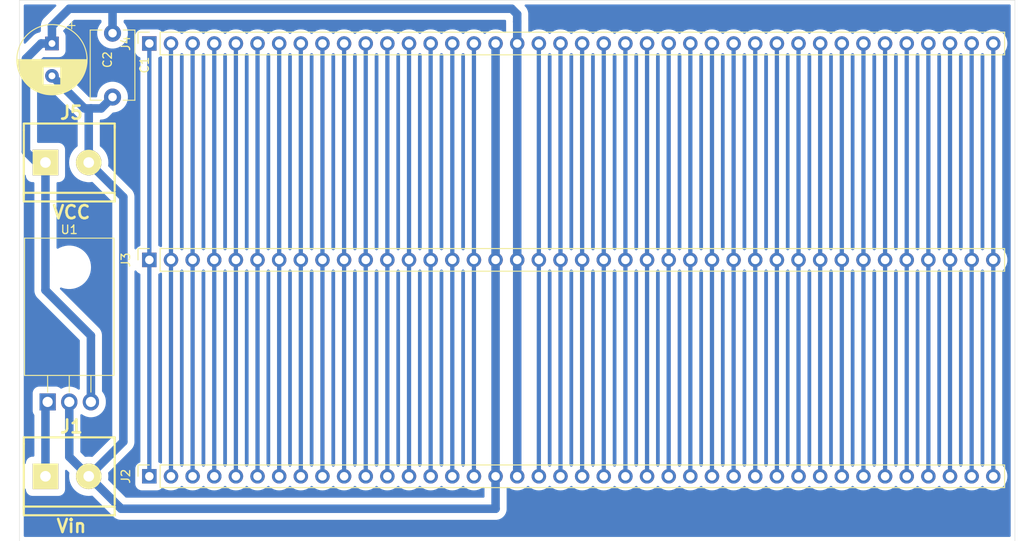
<source format=kicad_pcb>
(kicad_pcb (version 20240108) (generator "pcbnew") (generator_version "8.0")
  (layers (0 "F.Cu" signal) (31 "B.Cu" signal) (34 "B.Paste" user) (35 "F.Paste" user) (36 "B.SilkS" user "B.Silkscreen") (37 "F.SilkS" user "F.Silkscreen") (38 "B.Mask" user) (39 "F.Mask" user) (44 "Edge.Cuts" user))
  (net 0 "")
  (net 1 "VCC")
  (net 2 "GND")
  (net 3 "/P19")
  (net 4 "/P30")
  (net 5 "/P15")
  (net 6 "/P1")
  (net 7 "/P31")
  (net 8 "/P5")
  (net 9 "/P16")
  (net 10 "/P29")
  (net 11 "/P22")
  (net 12 "/P13")
  (net 13 "/P36")
  (net 14 "/P12")
  (net 15 "/P38")
  (net 16 "/P14")
  (net 17 "/P26")
  (net 18 "/P35")
  (net 19 "/P34")
  (net 20 "/P2")
  (net 21 "/P28")
  (net 22 "/P40")
  (net 23 "/P11")
  (net 24 "/P9")
  (net 25 "/P37")
  (net 26 "/P6")
  (net 27 "/P32")
  (net 28 "/P39")
  (net 29 "/P25")
  (net 30 "/P27")
  (net 31 "/P3")
  (net 32 "/P8")
  (net 33 "/P4")
  (net 34 "/P24")
  (net 35 "/P7")
  (net 36 "/P20")
  (net 37 "/P33")
  (net 38 "/P23")
  (net 39 "/P21")
  (net 40 "/P10")
  (net 41 "VIN")
  (footprint "rc6502_backplane:KF301-2P" (layer "F.Cu") (at 93.218 57.15)
    (property "Reference" "J5" (at -2.032 -5.842 360) (layer "F.SilkS") (effects (font (size 1.524 1.524) (thickness 0.3048))))
    (property "Value" "VCC" (at -2.032 5.842 360) (layer "F.SilkS") (effects (font (size 1.524 1.524) (thickness 0.3048))))
    (fp_line (start -7.62 -4.572) (end -7.62 -3.81) (stroke (width 0.254)) (layer "F.SilkS"))
    (fp_line (start -7.62 -4.572) (end 3.048 -4.572) (stroke (width 0.254)) (layer "F.SilkS"))
    (fp_line (start -7.62 3.556) (end 3.048 3.556) (stroke (width 0.254)) (layer "F.SilkS"))
    (fp_line (start -7.62 3.81) (end -7.62 -3.81) (stroke (width 0.254)) (layer "F.SilkS"))
    (fp_line (start -7.62 4.572) (end -7.62 3.556) (stroke (width 0.254)) (layer "F.SilkS"))
    (fp_line (start 3.048 -4.572) (end 3.048 -4.064) (stroke (width 0.254)) (layer "F.SilkS"))
    (fp_line (start 3.048 3.302) (end 3.048 -4.318) (stroke (width 0.254)) (layer "F.SilkS"))
    (fp_line (start 3.048 3.556) (end 3.048 4.572) (stroke (width 0.254)) (layer "F.SilkS"))
    (fp_line (start 3.048 4.572) (end -7.62 4.572) (stroke (width 0.254)) (layer "F.SilkS"))
    (pad "1" thru_hole rect (at -5.08 0) (size 2.99974 2.99974) (drill 1.24968) (layers "*.Cu" "*.Mask" "F.SilkS") (net 1 "VCC"))
    (pad "2" thru_hole circle (at 0 0) (size 2.99974 2.99974) (drill 1.24968) (layers "*.Cu" "*.Mask" "F.SilkS") (net 2 "GND"))
  )
  (footprint "Connector_PinSocket_2.54mm:PinSocket_1x40_P2.54mm_Vertical" (layer "F.Cu") (at 100.33 68.58 90)
    (property "Reference" "J3" (at 0 -2.77 90) (layer "F.SilkS"))
    (property "Value" "S2")
    (fp_line (start 1.33 -1.33) (end 1.33 0) (stroke (width 0.12)) (layer "F.SilkS"))
    (fp_line (start 0 -1.33) (end 1.33 -1.33) (stroke (width 0.12)) (layer "F.SilkS"))
    (fp_line (start 1.33 1.27) (end 1.33 100.39) (stroke (width 0.12)) (layer "F.SilkS"))
    (fp_line (start -1.33 1.27) (end 1.33 1.27) (stroke (width 0.12)) (layer "F.SilkS"))
    (fp_line (start -1.33 1.27) (end -1.33 100.39) (stroke (width 0.12)) (layer "F.SilkS"))
    (fp_line (start -1.33 100.39) (end 1.33 100.39) (stroke (width 0.12)) (layer "F.SilkS"))
    (pad "1" thru_hole rect (at 0 0 90) (size 1.7 1.7) (drill 1) (layers "*.Cu" "*.Mask") (net 6 "/P1"))
    (pad "2" thru_hole oval (at 0 2.54 90) (size 1.7 1.7) (drill 1) (layers "*.Cu" "*.Mask") (net 20 "/P2"))
    (pad "3" thru_hole oval (at 0 5.08 90) (size 1.7 1.7) (drill 1) (layers "*.Cu" "*.Mask") (net 31 "/P3"))
    (pad "4" thru_hole oval (at 0 7.62 90) (size 1.7 1.7) (drill 1) (layers "*.Cu" "*.Mask") (net 33 "/P4"))
    (pad "5" thru_hole oval (at 0 10.16 90) (size 1.7 1.7) (drill 1) (layers "*.Cu" "*.Mask") (net 8 "/P5"))
    (pad "6" thru_hole oval (at 0 12.7 90) (size 1.7 1.7) (drill 1) (layers "*.Cu" "*.Mask") (net 26 "/P6"))
    (pad "7" thru_hole oval (at 0 15.24 90) (size 1.7 1.7) (drill 1) (layers "*.Cu" "*.Mask") (net 35 "/P7"))
    (pad "8" thru_hole oval (at 0 17.78 90) (size 1.7 1.7) (drill 1) (layers "*.Cu" "*.Mask") (net 32 "/P8"))
    (pad "9" thru_hole oval (at 0 20.32 90) (size 1.7 1.7) (drill 1) (layers "*.Cu" "*.Mask") (net 24 "/P9"))
    (pad "10" thru_hole oval (at 0 22.86 90) (size 1.7 1.7) (drill 1) (layers "*.Cu" "*.Mask") (net 40 "/P10"))
    (pad "11" thru_hole oval (at 0 25.4 90) (size 1.7 1.7) (drill 1) (layers "*.Cu" "*.Mask") (net 23 "/P11"))
    (pad "12" thru_hole oval (at 0 27.94 90) (size 1.7 1.7) (drill 1) (layers "*.Cu" "*.Mask") (net 14 "/P12"))
    (pad "13" thru_hole oval (at 0 30.48 90) (size 1.7 1.7) (drill 1) (layers "*.Cu" "*.Mask") (net 12 "/P13"))
    (pad "14" thru_hole oval (at 0 33.02 90) (size 1.7 1.7) (drill 1) (layers "*.Cu" "*.Mask") (net 16 "/P14"))
    (pad "15" thru_hole oval (at 0 35.56 90) (size 1.7 1.7) (drill 1) (layers "*.Cu" "*.Mask") (net 5 "/P15"))
    (pad "16" thru_hole oval (at 0 38.1 90) (size 1.7 1.7) (drill 1) (layers "*.Cu" "*.Mask") (net 9 "/P16"))
    (pad "17" thru_hole oval (at 0 40.64 90) (size 1.7 1.7) (drill 1) (layers "*.Cu" "*.Mask") (net 2 "GND"))
    (pad "18" thru_hole oval (at 0 43.18 90) (size 1.7 1.7) (drill 1) (layers "*.Cu" "*.Mask") (net 1 "VCC"))
    (pad "19" thru_hole oval (at 0 45.72 90) (size 1.7 1.7) (drill 1) (layers "*.Cu" "*.Mask") (net 3 "/P19"))
    (pad "20" thru_hole oval (at 0 48.26 90) (size 1.7 1.7) (drill 1) (layers "*.Cu" "*.Mask") (net 36 "/P20"))
    (pad "21" thru_hole oval (at 0 50.8 90) (size 1.7 1.7) (drill 1) (layers "*.Cu" "*.Mask") (net 39 "/P21"))
    (pad "22" thru_hole oval (at 0 53.34 90) (size 1.7 1.7) (drill 1) (layers "*.Cu" "*.Mask") (net 11 "/P22"))
    (pad "23" thru_hole oval (at 0 55.88 90) (size 1.7 1.7) (drill 1) (layers "*.Cu" "*.Mask") (net 38 "/P23"))
    (pad "24" thru_hole oval (at 0 58.42 90) (size 1.7 1.7) (drill 1) (layers "*.Cu" "*.Mask") (net 34 "/P24"))
    (pad "25" thru_hole oval (at 0 60.96 90) (size 1.7 1.7) (drill 1) (layers "*.Cu" "*.Mask") (net 29 "/P25"))
    (pad "26" thru_hole oval (at 0 63.5 90) (size 1.7 1.7) (drill 1) (layers "*.Cu" "*.Mask") (net 17 "/P26"))
    (pad "27" thru_hole oval (at 0 66.04 90) (size 1.7 1.7) (drill 1) (layers "*.Cu" "*.Mask") (net 30 "/P27"))
    (pad "28" thru_hole oval (at 0 68.58 90) (size 1.7 1.7) (drill 1) (layers "*.Cu" "*.Mask") (net 21 "/P28"))
    (pad "29" thru_hole oval (at 0 71.12 90) (size 1.7 1.7) (drill 1) (layers "*.Cu" "*.Mask") (net 10 "/P29"))
    (pad "30" thru_hole oval (at 0 73.66 90) (size 1.7 1.7) (drill 1) (layers "*.Cu" "*.Mask") (net 4 "/P30"))
    (pad "31" thru_hole oval (at 0 76.2 90) (size 1.7 1.7) (drill 1) (layers "*.Cu" "*.Mask") (net 7 "/P31"))
    (pad "32" thru_hole oval (at 0 78.74 90) (size 1.7 1.7) (drill 1) (layers "*.Cu" "*.Mask") (net 27 "/P32"))
    (pad "33" thru_hole oval (at 0 81.28 90) (size 1.7 1.7) (drill 1) (layers "*.Cu" "*.Mask") (net 37 "/P33"))
    (pad "34" thru_hole oval (at 0 83.82 90) (size 1.7 1.7) (drill 1) (layers "*.Cu" "*.Mask") (net 19 "/P34"))
    (pad "35" thru_hole oval (at 0 86.36 90) (size 1.7 1.7) (drill 1) (layers "*.Cu" "*.Mask") (net 18 "/P35"))
    (pad "36" thru_hole oval (at 0 88.9 90) (size 1.7 1.7) (drill 1) (layers "*.Cu" "*.Mask") (net 13 "/P36"))
    (pad "37" thru_hole oval (at 0 91.44 90) (size 1.7 1.7) (drill 1) (layers "*.Cu" "*.Mask") (net 25 "/P37"))
    (pad "38" thru_hole oval (at 0 93.98 90) (size 1.7 1.7) (drill 1) (layers "*.Cu" "*.Mask") (net 15 "/P38"))
    (pad "39" thru_hole oval (at 0 96.52 90) (size 1.7 1.7) (drill 1) (layers "*.Cu" "*.Mask") (net 28 "/P39"))
    (pad "40" thru_hole oval (at 0 99.06 90) (size 1.7 1.7) (drill 1) (layers "*.Cu" "*.Mask") (net 22 "/P40"))
  )
  (footprint "rc6502_backplane:KF301-2P" (layer "F.Cu") (at 93.218 93.98)
    (property "Reference" "J1" (at -2.032 -5.842 360) (layer "F.SilkS") (effects (font (size 1.524 1.524) (thickness 0.3048))))
    (property "Value" "Vin" (at -2.032 5.842 360) (layer "F.SilkS") (effects (font (size 1.524 1.524) (thickness 0.3048))))
    (fp_line (start -7.62 -4.572) (end -7.62 -3.81) (stroke (width 0.254)) (layer "F.SilkS"))
    (fp_line (start -7.62 -4.572) (end 3.048 -4.572) (stroke (width 0.254)) (layer "F.SilkS"))
    (fp_line (start -7.62 3.556) (end 3.048 3.556) (stroke (width 0.254)) (layer "F.SilkS"))
    (fp_line (start -7.62 3.81) (end -7.62 -3.81) (stroke (width 0.254)) (layer "F.SilkS"))
    (fp_line (start -7.62 4.572) (end -7.62 3.556) (stroke (width 0.254)) (layer "F.SilkS"))
    (fp_line (start 3.048 -4.572) (end 3.048 -4.064) (stroke (width 0.254)) (layer "F.SilkS"))
    (fp_line (start 3.048 3.302) (end 3.048 -4.318) (stroke (width 0.254)) (layer "F.SilkS"))
    (fp_line (start 3.048 3.556) (end 3.048 4.572) (stroke (width 0.254)) (layer "F.SilkS"))
    (fp_line (start 3.048 4.572) (end -7.62 4.572) (stroke (width 0.254)) (layer "F.SilkS"))
    (pad "1" thru_hole rect (at -5.08 0) (size 2.99974 2.99974) (drill 1.24968) (layers "*.Cu" "*.Mask" "F.SilkS") (net 41 "VIN"))
    (pad "2" thru_hole circle (at 0 0) (size 2.99974 2.99974) (drill 1.24968) (layers "*.Cu" "*.Mask" "F.SilkS") (net 2 "GND"))
  )
  (footprint "Package_TO_SOT_THT:TO-220F-3_Horizontal_TabDown" (layer "F.Cu") (at 88.392 85.25)
    (property "Reference" "U1" (at 2.54 -20.22 0) (layer "F.SilkS"))
    (property "Value" "LM7805")
    (fp_line (start -2.71 -19.22) (end -2.71 -3.11) (stroke (width 0.12)) (layer "F.SilkS"))
    (fp_line (start -2.71 -19.22) (end 7.79 -19.22) (stroke (width 0.12)) (layer "F.SilkS"))
    (fp_line (start -2.71 -3.11) (end 7.79 -3.11) (stroke (width 0.12)) (layer "F.SilkS"))
    (fp_line (start 0 -3.11) (end 0 -1.15) (stroke (width 0.12)) (layer "F.SilkS"))
    (fp_line (start 2.54 -3.11) (end 2.54 -1.15) (stroke (width 0.12)) (layer "F.SilkS"))
    (fp_line (start 5.08 -3.11) (end 5.08 -1.15) (stroke (width 0.12)) (layer "F.SilkS"))
    (fp_line (start 7.79 -19.22) (end 7.79 -3.11) (stroke (width 0.12)) (layer "F.SilkS"))
    (pad "" np_thru_hole oval (at 2.54 -15.8) (size 3.5 3.5) (drill 3.5) (layers "*.Cu" "*.Mask"))
    (pad "1" thru_hole rect (at 0 0) (size 1.905 2) (drill 1.2) (layers "*.Cu" "*.Mask") (net 41 "VIN"))
    (pad "2" thru_hole oval (at 2.54 0) (size 1.905 2) (drill 1.2) (layers "*.Cu" "*.Mask") (net 2 "GND"))
    (pad "3" thru_hole oval (at 5.08 0) (size 1.905 2) (drill 1.2) (layers "*.Cu" "*.Mask") (net 1 "VCC"))
  )
  (footprint "Connector_PinSocket_2.54mm:PinSocket_1x40_P2.54mm_Vertical" (layer "F.Cu") (at 100.33 93.98 90)
    (property "Reference" "J2" (at 0 -2.77 90) (layer "F.SilkS"))
    (property "Value" "S1")
    (fp_line (start 1.33 -1.33) (end 1.33 0) (stroke (width 0.12)) (layer "F.SilkS"))
    (fp_line (start 0 -1.33) (end 1.33 -1.33) (stroke (width 0.12)) (layer "F.SilkS"))
    (fp_line (start 1.33 1.27) (end 1.33 100.39) (stroke (width 0.12)) (layer "F.SilkS"))
    (fp_line (start -1.33 1.27) (end 1.33 1.27) (stroke (width 0.12)) (layer "F.SilkS"))
    (fp_line (start -1.33 1.27) (end -1.33 100.39) (stroke (width 0.12)) (layer "F.SilkS"))
    (fp_line (start -1.33 100.39) (end 1.33 100.39) (stroke (width 0.12)) (layer "F.SilkS"))
    (pad "1" thru_hole rect (at 0 0 90) (size 1.7 1.7) (drill 1) (layers "*.Cu" "*.Mask") (net 6 "/P1"))
    (pad "2" thru_hole oval (at 0 2.54 90) (size 1.7 1.7) (drill 1) (layers "*.Cu" "*.Mask") (net 20 "/P2"))
    (pad "3" thru_hole oval (at 0 5.08 90) (size 1.7 1.7) (drill 1) (layers "*.Cu" "*.Mask") (net 31 "/P3"))
    (pad "4" thru_hole oval (at 0 7.62 90) (size 1.7 1.7) (drill 1) (layers "*.Cu" "*.Mask") (net 33 "/P4"))
    (pad "5" thru_hole oval (at 0 10.16 90) (size 1.7 1.7) (drill 1) (layers "*.Cu" "*.Mask") (net 8 "/P5"))
    (pad "6" thru_hole oval (at 0 12.7 90) (size 1.7 1.7) (drill 1) (layers "*.Cu" "*.Mask") (net 26 "/P6"))
    (pad "7" thru_hole oval (at 0 15.24 90) (size 1.7 1.7) (drill 1) (layers "*.Cu" "*.Mask") (net 35 "/P7"))
    (pad "8" thru_hole oval (at 0 17.78 90) (size 1.7 1.7) (drill 1) (layers "*.Cu" "*.Mask") (net 32 "/P8"))
    (pad "9" thru_hole oval (at 0 20.32 90) (size 1.7 1.7) (drill 1) (layers "*.Cu" "*.Mask") (net 24 "/P9"))
    (pad "10" thru_hole oval (at 0 22.86 90) (size 1.7 1.7) (drill 1) (layers "*.Cu" "*.Mask") (net 40 "/P10"))
    (pad "11" thru_hole oval (at 0 25.4 90) (size 1.7 1.7) (drill 1) (layers "*.Cu" "*.Mask") (net 23 "/P11"))
    (pad "12" thru_hole oval (at 0 27.94 90) (size 1.7 1.7) (drill 1) (layers "*.Cu" "*.Mask") (net 14 "/P12"))
    (pad "13" thru_hole oval (at 0 30.48 90) (size 1.7 1.7) (drill 1) (layers "*.Cu" "*.Mask") (net 12 "/P13"))
    (pad "14" thru_hole oval (at 0 33.02 90) (size 1.7 1.7) (drill 1) (layers "*.Cu" "*.Mask") (net 16 "/P14"))
    (pad "15" thru_hole oval (at 0 35.56 90) (size 1.7 1.7) (drill 1) (layers "*.Cu" "*.Mask") (net 5 "/P15"))
    (pad "16" thru_hole oval (at 0 38.1 90) (size 1.7 1.7) (drill 1) (layers "*.Cu" "*.Mask") (net 9 "/P16"))
    (pad "17" thru_hole oval (at 0 40.64 90) (size 1.7 1.7) (drill 1) (layers "*.Cu" "*.Mask") (net 2 "GND"))
    (pad "18" thru_hole oval (at 0 43.18 90) (size 1.7 1.7) (drill 1) (layers "*.Cu" "*.Mask") (net 1 "VCC"))
    (pad "19" thru_hole oval (at 0 45.72 90) (size 1.7 1.7) (drill 1) (layers "*.Cu" "*.Mask") (net 3 "/P19"))
    (pad "20" thru_hole oval (at 0 48.26 90) (size 1.7 1.7) (drill 1) (layers "*.Cu" "*.Mask") (net 36 "/P20"))
    (pad "21" thru_hole oval (at 0 50.8 90) (size 1.7 1.7) (drill 1) (layers "*.Cu" "*.Mask") (net 39 "/P21"))
    (pad "22" thru_hole oval (at 0 53.34 90) (size 1.7 1.7) (drill 1) (layers "*.Cu" "*.Mask") (net 11 "/P22"))
    (pad "23" thru_hole oval (at 0 55.88 90) (size 1.7 1.7) (drill 1) (layers "*.Cu" "*.Mask") (net 38 "/P23"))
    (pad "24" thru_hole oval (at 0 58.42 90) (size 1.7 1.7) (drill 1) (layers "*.Cu" "*.Mask") (net 34 "/P24"))
    (pad "25" thru_hole oval (at 0 60.96 90) (size 1.7 1.7) (drill 1) (layers "*.Cu" "*.Mask") (net 29 "/P25"))
    (pad "26" thru_hole oval (at 0 63.5 90) (size 1.7 1.7) (drill 1) (layers "*.Cu" "*.Mask") (net 17 "/P26"))
    (pad "27" thru_hole oval (at 0 66.04 90) (size 1.7 1.7) (drill 1) (layers "*.Cu" "*.Mask") (net 30 "/P27"))
    (pad "28" thru_hole oval (at 0 68.58 90) (size 1.7 1.7) (drill 1) (layers "*.Cu" "*.Mask") (net 21 "/P28"))
    (pad "29" thru_hole oval (at 0 71.12 90) (size 1.7 1.7) (drill 1) (layers "*.Cu" "*.Mask") (net 10 "/P29"))
    (pad "30" thru_hole oval (at 0 73.66 90) (size 1.7 1.7) (drill 1) (layers "*.Cu" "*.Mask") (net 4 "/P30"))
    (pad "31" thru_hole oval (at 0 76.2 90) (size 1.7 1.7) (drill 1) (layers "*.Cu" "*.Mask") (net 7 "/P31"))
    (pad "32" thru_hole oval (at 0 78.74 90) (size 1.7 1.7) (drill 1) (layers "*.Cu" "*.Mask") (net 27 "/P32"))
    (pad "33" thru_hole oval (at 0 81.28 90) (size 1.7 1.7) (drill 1) (layers "*.Cu" "*.Mask") (net 37 "/P33"))
    (pad "34" thru_hole oval (at 0 83.82 90) (size 1.7 1.7) (drill 1) (layers "*.Cu" "*.Mask") (net 19 "/P34"))
    (pad "35" thru_hole oval (at 0 86.36 90) (size 1.7 1.7) (drill 1) (layers "*.Cu" "*.Mask") (net 18 "/P35"))
    (pad "36" thru_hole oval (at 0 88.9 90) (size 1.7 1.7) (drill 1) (layers "*.Cu" "*.Mask") (net 13 "/P36"))
    (pad "37" thru_hole oval (at 0 91.44 90) (size 1.7 1.7) (drill 1) (layers "*.Cu" "*.Mask") (net 25 "/P37"))
    (pad "38" thru_hole oval (at 0 93.98 90) (size 1.7 1.7) (drill 1) (layers "*.Cu" "*.Mask") (net 15 "/P38"))
    (pad "39" thru_hole oval (at 0 96.52 90) (size 1.7 1.7) (drill 1) (layers "*.Cu" "*.Mask") (net 28 "/P39"))
    (pad "40" thru_hole oval (at 0 99.06 90) (size 1.7 1.7) (drill 1) (layers "*.Cu" "*.Mask") (net 22 "/P40"))
  )
  (footprint "Capacitor_THT:C_Disc_D8.0mm_W5.0mm_P7.50mm" (layer "F.Cu") (at 96.012 41.97 -90)
    (property "Reference" "C1" (at 3.75 -3.75 90) (layer "F.SilkS"))
    (property "Value" "0.1uF")
    (fp_line (start -0.37 2.62) (end 7.87 2.62) (stroke (width 0.12)) (layer "F.SilkS"))
    (fp_line (start -0.37 1.256) (end -0.37 2.62) (stroke (width 0.12)) (layer "F.SilkS"))
    (fp_line (start 7.87 1.256) (end 7.87 2.62) (stroke (width 0.12)) (layer "F.SilkS"))
    (fp_line (start -0.37 -2.62) (end -0.37 -1.256) (stroke (width 0.12)) (layer "F.SilkS"))
    (fp_line (start -0.37 -2.62) (end 7.87 -2.62) (stroke (width 0.12)) (layer "F.SilkS"))
    (fp_line (start 7.87 -2.62) (end 7.87 -1.256) (stroke (width 0.12)) (layer "F.SilkS"))
    (pad "1" thru_hole circle (at 0 0 270) (size 2 2) (drill 1) (layers "*.Cu" "*.Mask") (net 1 "VCC"))
    (pad "2" thru_hole circle (at 7.5 0 270) (size 2 2) (drill 1) (layers "*.Cu" "*.Mask") (net 2 "GND"))
  )
  (footprint "Connector_PinSocket_2.54mm:PinSocket_1x40_P2.54mm_Vertical" (layer "F.Cu") (at 100.33 43.18 90)
    (property "Reference" "J4" (at 0 -2.77 90) (layer "F.SilkS"))
    (property "Value" "S3")
    (fp_line (start 1.33 -1.33) (end 1.33 0) (stroke (width 0.12)) (layer "F.SilkS"))
    (fp_line (start 0 -1.33) (end 1.33 -1.33) (stroke (width 0.12)) (layer "F.SilkS"))
    (fp_line (start 1.33 1.27) (end 1.33 100.39) (stroke (width 0.12)) (layer "F.SilkS"))
    (fp_line (start -1.33 1.27) (end 1.33 1.27) (stroke (width 0.12)) (layer "F.SilkS"))
    (fp_line (start -1.33 1.27) (end -1.33 100.39) (stroke (width 0.12)) (layer "F.SilkS"))
    (fp_line (start -1.33 100.39) (end 1.33 100.39) (stroke (width 0.12)) (layer "F.SilkS"))
    (pad "1" thru_hole rect (at 0 0 90) (size 1.7 1.7) (drill 1) (layers "*.Cu" "*.Mask") (net 6 "/P1"))
    (pad "2" thru_hole oval (at 0 2.54 90) (size 1.7 1.7) (drill 1) (layers "*.Cu" "*.Mask") (net 20 "/P2"))
    (pad "3" thru_hole oval (at 0 5.08 90) (size 1.7 1.7) (drill 1) (layers "*.Cu" "*.Mask") (net 31 "/P3"))
    (pad "4" thru_hole oval (at 0 7.62 90) (size 1.7 1.7) (drill 1) (layers "*.Cu" "*.Mask") (net 33 "/P4"))
    (pad "5" thru_hole oval (at 0 10.16 90) (size 1.7 1.7) (drill 1) (layers "*.Cu" "*.Mask") (net 8 "/P5"))
    (pad "6" thru_hole oval (at 0 12.7 90) (size 1.7 1.7) (drill 1) (layers "*.Cu" "*.Mask") (net 26 "/P6"))
    (pad "7" thru_hole oval (at 0 15.24 90) (size 1.7 1.7) (drill 1) (layers "*.Cu" "*.Mask") (net 35 "/P7"))
    (pad "8" thru_hole oval (at 0 17.78 90) (size 1.7 1.7) (drill 1) (layers "*.Cu" "*.Mask") (net 32 "/P8"))
    (pad "9" thru_hole oval (at 0 20.32 90) (size 1.7 1.7) (drill 1) (layers "*.Cu" "*.Mask") (net 24 "/P9"))
    (pad "10" thru_hole oval (at 0 22.86 90) (size 1.7 1.7) (drill 1) (layers "*.Cu" "*.Mask") (net 40 "/P10"))
    (pad "11" thru_hole oval (at 0 25.4 90) (size 1.7 1.7) (drill 1) (layers "*.Cu" "*.Mask") (net 23 "/P11"))
    (pad "12" thru_hole oval (at 0 27.94 90) (size 1.7 1.7) (drill 1) (layers "*.Cu" "*.Mask") (net 14 "/P12"))
    (pad "13" thru_hole oval (at 0 30.48 90) (size 1.7 1.7) (drill 1) (layers "*.Cu" "*.Mask") (net 12 "/P13"))
    (pad "14" thru_hole oval (at 0 33.02 90) (size 1.7 1.7) (drill 1) (layers "*.Cu" "*.Mask") (net 16 "/P14"))
    (pad "15" thru_hole oval (at 0 35.56 90) (size 1.7 1.7) (drill 1) (layers "*.Cu" "*.Mask") (net 5 "/P15"))
    (pad "16" thru_hole oval (at 0 38.1 90) (size 1.7 1.7) (drill 1) (layers "*.Cu" "*.Mask") (net 9 "/P16"))
    (pad "17" thru_hole oval (at 0 40.64 90) (size 1.7 1.7) (drill 1) (layers "*.Cu" "*.Mask") (net 2 "GND"))
    (pad "18" thru_hole oval (at 0 43.18 90) (size 1.7 1.7) (drill 1) (layers "*.Cu" "*.Mask") (net 1 "VCC"))
    (pad "19" thru_hole oval (at 0 45.72 90) (size 1.7 1.7) (drill 1) (layers "*.Cu" "*.Mask") (net 3 "/P19"))
    (pad "20" thru_hole oval (at 0 48.26 90) (size 1.7 1.7) (drill 1) (layers "*.Cu" "*.Mask") (net 36 "/P20"))
    (pad "21" thru_hole oval (at 0 50.8 90) (size 1.7 1.7) (drill 1) (layers "*.Cu" "*.Mask") (net 39 "/P21"))
    (pad "22" thru_hole oval (at 0 53.34 90) (size 1.7 1.7) (drill 1) (layers "*.Cu" "*.Mask") (net 11 "/P22"))
    (pad "23" thru_hole oval (at 0 55.88 90) (size 1.7 1.7) (drill 1) (layers "*.Cu" "*.Mask") (net 38 "/P23"))
    (pad "24" thru_hole oval (at 0 58.42 90) (size 1.7 1.7) (drill 1) (layers "*.Cu" "*.Mask") (net 34 "/P24"))
    (pad "25" thru_hole oval (at 0 60.96 90) (size 1.7 1.7) (drill 1) (layers "*.Cu" "*.Mask") (net 29 "/P25"))
    (pad "26" thru_hole oval (at 0 63.5 90) (size 1.7 1.7) (drill 1) (layers "*.Cu" "*.Mask") (net 17 "/P26"))
    (pad "27" thru_hole oval (at 0 66.04 90) (size 1.7 1.7) (drill 1) (layers "*.Cu" "*.Mask") (net 30 "/P27"))
    (pad "28" thru_hole oval (at 0 68.58 90) (size 1.7 1.7) (drill 1) (layers "*.Cu" "*.Mask") (net 21 "/P28"))
    (pad "29" thru_hole oval (at 0 71.12 90) (size 1.7 1.7) (drill 1) (layers "*.Cu" "*.Mask") (net 10 "/P29"))
    (pad "30" thru_hole oval (at 0 73.66 90) (size 1.7 1.7) (drill 1) (layers "*.Cu" "*.Mask") (net 4 "/P30"))
    (pad "31" thru_hole oval (at 0 76.2 90) (size 1.7 1.7) (drill 1) (layers "*.Cu" "*.Mask") (net 7 "/P31"))
    (pad "32" thru_hole oval (at 0 78.74 90) (size 1.7 1.7) (drill 1) (layers "*.Cu" "*.Mask") (net 27 "/P32"))
    (pad "33" thru_hole oval (at 0 81.28 90) (size 1.7 1.7) (drill 1) (layers "*.Cu" "*.Mask") (net 37 "/P33"))
    (pad "34" thru_hole oval (at 0 83.82 90) (size 1.7 1.7) (drill 1) (layers "*.Cu" "*.Mask") (net 19 "/P34"))
    (pad "35" thru_hole oval (at 0 86.36 90) (size 1.7 1.7) (drill 1) (layers "*.Cu" "*.Mask") (net 18 "/P35"))
    (pad "36" thru_hole oval (at 0 88.9 90) (size 1.7 1.7) (drill 1) (layers "*.Cu" "*.Mask") (net 13 "/P36"))
    (pad "37" thru_hole oval (at 0 91.44 90) (size 1.7 1.7) (drill 1) (layers "*.Cu" "*.Mask") (net 25 "/P37"))
    (pad "38" thru_hole oval (at 0 93.98 90) (size 1.7 1.7) (drill 1) (layers "*.Cu" "*.Mask") (net 15 "/P38"))
    (pad "39" thru_hole oval (at 0 96.52 90) (size 1.7 1.7) (drill 1) (layers "*.Cu" "*.Mask") (net 28 "/P39"))
    (pad "40" thru_hole oval (at 0 99.06 90) (size 1.7 1.7) (drill 1) (layers "*.Cu" "*.Mask") (net 22 "/P40"))
  )
  (footprint "Capacitor_THT:CP_Radial_D8.0mm_P3.80mm" (layer "F.Cu") (at 88.9 43.18 -90)
    (property "Reference" "C2" (at 1.9 -6.52 90) (layer "F.SilkS"))
    (property "Value" "100uF")
    (fp_line (start 2.781 1.04) (end 2.781 3.985) (stroke (width 0.12)) (layer "F.SilkS"))
    (fp_line (start 2.821 1.04) (end 2.821 3.976) (stroke (width 0.12)) (layer "F.SilkS"))
    (fp_line (start 2.861 1.04) (end 2.861 3.967) (stroke (width 0.12)) (layer "F.SilkS"))
    (fp_line (start 2.901 1.04) (end 2.901 3.957) (stroke (width 0.12)) (layer "F.SilkS"))
    (fp_line (start 2.941 1.04) (end 2.941 3.947) (stroke (width 0.12)) (layer "F.SilkS"))
    (fp_line (start 2.981 1.04) (end 2.981 3.936) (stroke (width 0.12)) (layer "F.SilkS"))
    (fp_line (start 3.021 1.04) (end 3.021 3.925) (stroke (width 0.12)) (layer "F.SilkS"))
    (fp_line (start 3.061 1.04) (end 3.061 3.914) (stroke (width 0.12)) (layer "F.SilkS"))
    (fp_line (start 3.101 1.04) (end 3.101 3.902) (stroke (width 0.12)) (layer "F.SilkS"))
    (fp_line (start 3.141 1.04) (end 3.141 3.889) (stroke (width 0.12)) (layer "F.SilkS"))
    (fp_line (start 3.181 1.04) (end 3.181 3.877) (stroke (width 0.12)) (layer "F.SilkS"))
    (fp_line (start 3.221 1.04) (end 3.221 3.863) (stroke (width 0.12)) (layer "F.SilkS"))
    (fp_line (start 3.261 1.04) (end 3.261 3.85) (stroke (width 0.12)) (layer "F.SilkS"))
    (fp_line (start 3.301 1.04) (end 3.301 3.835) (stroke (width 0.12)) (layer "F.SilkS"))
    (fp_line (start 3.341 1.04) (end 3.341 3.821) (stroke (width 0.12)) (layer "F.SilkS"))
    (fp_line (start 3.381 1.04) (end 3.381 3.805) (stroke (width 0.12)) (layer "F.SilkS"))
    (fp_line (start 3.421 1.04) (end 3.421 3.79) (stroke (width 0.12)) (layer "F.SilkS"))
    (fp_line (start 3.461 1.04) (end 3.461 3.774) (stroke (width 0.12)) (layer "F.SilkS"))
    (fp_line (start 3.501 1.04) (end 3.501 3.757) (stroke (width 0.12)) (layer "F.SilkS"))
    (fp_line (start 3.541 1.04) (end 3.541 3.74) (stroke (width 0.12)) (layer "F.SilkS"))
    (fp_line (start 3.581 1.04) (end 3.581 3.722) (stroke (width 0.12)) (layer "F.SilkS"))
    (fp_line (start 3.621 1.04) (end 3.621 3.704) (stroke (width 0.12)) (layer "F.SilkS"))
    (fp_line (start 3.661 1.04) (end 3.661 3.686) (stroke (width 0.12)) (layer "F.SilkS"))
    (fp_line (start 3.701 1.04) (end 3.701 3.666) (stroke (width 0.12)) (layer "F.SilkS"))
    (fp_line (start 3.741 1.04) (end 3.741 3.647) (stroke (width 0.12)) (layer "F.SilkS"))
    (fp_line (start 3.781 1.04) (end 3.781 3.627) (stroke (width 0.12)) (layer "F.SilkS"))
    (fp_line (start 3.821 1.04) (end 3.821 3.606) (stroke (width 0.12)) (layer "F.SilkS"))
    (fp_line (start 3.861 1.04) (end 3.861 3.584) (stroke (width 0.12)) (layer "F.SilkS"))
    (fp_line (start 3.901 1.04) (end 3.901 3.562) (stroke (width 0.12)) (layer "F.SilkS"))
    (fp_line (start 3.941 1.04) (end 3.941 3.54) (stroke (width 0.12)) (layer "F.SilkS"))
    (fp_line (start 3.981 1.04) (end 3.981 3.517) (stroke (width 0.12)) (layer "F.SilkS"))
    (fp_line (start 4.021 1.04) (end 4.021 3.493) (stroke (width 0.12)) (layer "F.SilkS"))
    (fp_line (start 4.061 1.04) (end 4.061 3.469) (stroke (width 0.12)) (layer "F.SilkS"))
    (fp_line (start 4.101 1.04) (end 4.101 3.444) (stroke (width 0.12)) (layer "F.SilkS"))
    (fp_line (start 4.141 1.04) (end 4.141 3.418) (stroke (width 0.12)) (layer "F.SilkS"))
    (fp_line (start 4.181 1.04) (end 4.181 3.392) (stroke (width 0.12)) (layer "F.SilkS"))
    (fp_line (start 4.221 1.04) (end 4.221 3.365) (stroke (width 0.12)) (layer "F.SilkS"))
    (fp_line (start 4.261 1.04) (end 4.261 3.338) (stroke (width 0.12)) (layer "F.SilkS"))
    (fp_line (start 4.301 1.04) (end 4.301 3.309) (stroke (width 0.12)) (layer "F.SilkS"))
    (fp_line (start 4.341 1.04) (end 4.341 3.28) (stroke (width 0.12)) (layer "F.SilkS"))
    (fp_line (start 4.381 1.04) (end 4.381 3.25) (stroke (width 0.12)) (layer "F.SilkS"))
    (fp_line (start 4.421 1.04) (end 4.421 3.22) (stroke (width 0.12)) (layer "F.SilkS"))
    (fp_line (start 4.461 1.04) (end 4.461 3.189) (stroke (width 0.12)) (layer "F.SilkS"))
    (fp_line (start 4.501 1.04) (end 4.501 3.156) (stroke (width 0.12)) (layer "F.SilkS"))
    (fp_line (start 4.541 1.04) (end 4.541 3.124) (stroke (width 0.12)) (layer "F.SilkS"))
    (fp_line (start 4.581 1.04) (end 4.581 3.09) (stroke (width 0.12)) (layer "F.SilkS"))
    (fp_line (start 4.621 1.04) (end 4.621 3.055) (stroke (width 0.12)) (layer "F.SilkS"))
    (fp_line (start 4.661 1.04) (end 4.661 3.019) (stroke (width 0.12)) (layer "F.SilkS"))
    (fp_line (start 4.701 1.04) (end 4.701 2.983) (stroke (width 0.12)) (layer "F.SilkS"))
    (fp_line (start 4.741 1.04) (end 4.741 2.945) (stroke (width 0.12)) (layer "F.SilkS"))
    (fp_line (start 4.781 1.04) (end 4.781 2.907) (stroke (width 0.12)) (layer "F.SilkS"))
    (fp_line (start 4.821 1.04) (end 4.821 2.867) (stroke (width 0.12)) (layer "F.SilkS"))
    (fp_line (start 5.981 -0.533) (end 5.981 0.533) (stroke (width 0.12)) (layer "F.SilkS"))
    (fp_line (start 5.941 -0.768) (end 5.941 0.768) (stroke (width 0.12)) (layer "F.SilkS"))
    (fp_line (start 5.901 -0.948) (end 5.901 0.948) (stroke (width 0.12)) (layer "F.SilkS"))
    (fp_line (start 5.861 -1.098) (end 5.861 1.098) (stroke (width 0.12)) (layer "F.SilkS"))
    (fp_line (start 5.821 -1.229) (end 5.821 1.229) (stroke (width 0.12)) (layer "F.SilkS"))
    (fp_line (start 5.781 -1.346) (end 5.781 1.346) (stroke (width 0.12)) (layer "F.SilkS"))
    (fp_line (start 5.741 -1.453) (end 5.741 1.453) (stroke (width 0.12)) (layer "F.SilkS"))
    (fp_line (start 5.701 -1.552) (end 5.701 1.552) (stroke (width 0.12)) (layer "F.SilkS"))
    (fp_line (start 5.661 -1.645) (end 5.661 1.645) (stroke (width 0.12)) (layer "F.SilkS"))
    (fp_line (start 5.621 -1.731) (end 5.621 1.731) (stroke (width 0.12)) (layer "F.SilkS"))
    (fp_line (start 5.581 -1.813) (end 5.581 1.813) (stroke (width 0.12)) (layer "F.SilkS"))
    (fp_line (start 5.541 -1.89) (end 5.541 1.89) (stroke (width 0.12)) (layer "F.SilkS"))
    (fp_line (start 5.501 -1.964) (end 5.501 1.964) (stroke (width 0.12)) (layer "F.SilkS"))
    (fp_line (start 5.461 -2.034) (end 5.461 2.034) (stroke (width 0.12)) (layer "F.SilkS"))
    (fp_line (start 5.421 -2.102) (end 5.421 2.102) (stroke (width 0.12)) (layer "F.SilkS"))
    (fp_line (start 5.381 -2.166) (end 5.381 2.166) (stroke (width 0.12)) (layer "F.SilkS"))
    (fp_line (start 5.341 -2.228) (end 5.341 2.228) (stroke (width 0.12)) (layer "F.SilkS"))
    (fp_line (start 5.301 -2.287) (end 5.301 2.287) (stroke (width 0.12)) (layer "F.SilkS"))
    (fp_line (start -2.509698 -2.315) (end -1.709698 -2.315) (stroke (width 0.12)) (layer "F.SilkS"))
    (fp_line (start 5.261 -2.345) (end 5.261 2.345) (stroke (width 0.12)) (layer "F.SilkS"))
    (fp_line (start 5.221 -2.4) (end 5.221 2.4) (stroke (width 0.12)) (layer "F.SilkS"))
    (fp_line (start 5.181 -2.454) (end 5.181 2.454) (stroke (width 0.12)) (layer "F.SilkS"))
    (fp_line (start 5.141 -2.505) (end 5.141 2.505) (stroke (width 0.12)) (layer "F.SilkS"))
    (fp_line (start 5.101 -2.556) (end 5.101 2.556) (stroke (width 0.12)) (layer "F.SilkS"))
    (fp_line (start 5.061 -2.604) (end 5.061 2.604) (stroke (width 0.12)) (layer "F.SilkS"))
    (fp_line (start 5.021 -2.651) (end 5.021 2.651) (stroke (width 0.12)) (layer "F.SilkS"))
    (fp_line (start 4.981 -2.697) (end 4.981 2.697) (stroke (width 0.12)) (layer "F.SilkS"))
    (fp_line (start -2.109698 -2.715) (end -2.109698 -1.915) (stroke (width 0.12)) (layer "F.SilkS"))
    (fp_line (start 4.941 -2.741) (end 4.941 2.741) (stroke (width 0.12)) (layer "F.SilkS"))
    (fp_line (start 4.901 -2.784) (end 4.901 2.784) (stroke (width 0.12)) (layer "F.SilkS"))
    (fp_line (start 4.861 -2.826) (end 4.861 2.826) (stroke (width 0.12)) (layer "F.SilkS"))
    (fp_line (start 4.821 -2.867) (end 4.821 -1.04) (stroke (width 0.12)) (layer "F.SilkS"))
    (fp_line (start 4.781 -2.907) (end 4.781 -1.04) (stroke (width 0.12)) (layer "F.SilkS"))
    (fp_line (start 4.741 -2.945) (end 4.741 -1.04) (stroke (width 0.12)) (layer "F.SilkS"))
    (fp_line (start 4.701 -2.983) (end 4.701 -1.04) (stroke (width 0.12)) (layer "F.SilkS"))
    (fp_line (start 4.661 -3.019) (end 4.661 -1.04) (stroke (width 0.12)) (layer "F.SilkS"))
    (fp_line (start 4.621 -3.055) (end 4.621 -1.04) (stroke (width 0.12)) (layer "F.SilkS"))
    (fp_line (start 4.581 -3.09) (end 4.581 -1.04) (stroke (width 0.12)) (layer "F.SilkS"))
    (fp_line (start 4.541 -3.124) (end 4.541 -1.04) (stroke (width 0.12)) (layer "F.SilkS"))
    (fp_line (start 4.501 -3.156) (end 4.501 -1.04) (stroke (width 0.12)) (layer "F.SilkS"))
    (fp_line (start 4.461 -3.189) (end 4.461 -1.04) (stroke (width 0.12)) (layer "F.SilkS"))
    (fp_line (start 4.421 -3.22) (end 4.421 -1.04) (stroke (width 0.12)) (layer "F.SilkS"))
    (fp_line (start 4.381 -3.25) (end 4.381 -1.04) (stroke (width 0.12)) (layer "F.SilkS"))
    (fp_line (start 4.341 -3.28) (end 4.341 -1.04) (stroke (width 0.12)) (layer "F.SilkS"))
    (fp_line (start 4.301 -3.309) (end 4.301 -1.04) (stroke (width 0.12)) (layer "F.SilkS"))
    (fp_line (start 4.261 -3.338) (end 4.261 -1.04) (stroke (width 0.12)) (layer "F.SilkS"))
    (fp_line (start 4.221 -3.365) (end 4.221 -1.04) (stroke (width 0.12)) (layer "F.SilkS"))
    (fp_line (start 4.181 -3.392) (end 4.181 -1.04) (stroke (width 0.12)) (layer "F.SilkS"))
    (fp_line (start 4.141 -3.418) (end 4.141 -1.04) (stroke (width 0.12)) (layer "F.SilkS"))
    (fp_line (start 4.101 -3.444) (end 4.101 -1.04) (stroke (width 0.12)) (layer "F.SilkS"))
    (fp_line (start 4.061 -3.469) (end 4.061 -1.04) (stroke (width 0.12)) (layer "F.SilkS"))
    (fp_line (start 4.021 -3.493) (end 4.021 -1.04) (stroke (width 0.12)) (layer "F.SilkS"))
    (fp_line (start 3.981 -3.517) (end 3.981 -1.04) (stroke (width 0.12)) (layer "F.SilkS"))
    (fp_line (start 3.941 -3.54) (end 3.941 -1.04) (stroke (width 0.12)) (layer "F.SilkS"))
    (fp_line (start 3.901 -3.562) (end 3.901 -1.04) (stroke (width 0.12)) (layer "F.SilkS"))
    (fp_line (start 3.861 -3.584) (end 3.861 -1.04) (stroke (width 0.12)) (layer "F.SilkS"))
    (fp_line (start 3.821 -3.606) (end 3.821 -1.04) (stroke (width 0.12)) (layer "F.SilkS"))
    (fp_line (start 3.781 -3.627) (end 3.781 -1.04) (stroke (width 0.12)) (layer "F.SilkS"))
    (fp_line (start 3.741 -3.647) (end 3.741 -1.04) (stroke (width 0.12)) (layer "F.SilkS"))
    (fp_line (start 3.701 -3.666) (end 3.701 -1.04) (stroke (width 0.12)) (layer "F.SilkS"))
    (fp_line (start 3.661 -3.686) (end 3.661 -1.04) (stroke (width 0.12)) (layer "F.SilkS"))
    (fp_line (start 3.621 -3.704) (end 3.621 -1.04) (stroke (width 0.12)) (layer "F.SilkS"))
    (fp_line (start 3.581 -3.722) (end 3.581 -1.04) (stroke (width 0.12)) (layer "F.SilkS"))
    (fp_line (start 3.541 -3.74) (end 3.541 -1.04) (stroke (width 0.12)) (layer "F.SilkS"))
    (fp_line (start 3.501 -3.757) (end 3.501 -1.04) (stroke (width 0.12)) (layer "F.SilkS"))
    (fp_line (start 3.461 -3.774) (end 3.461 -1.04) (stroke (width 0.12)) (layer "F.SilkS"))
    (fp_line (start 3.421 -3.79) (end 3.421 -1.04) (stroke (width 0.12)) (layer "F.SilkS"))
    (fp_line (start 3.381 -3.805) (end 3.381 -1.04) (stroke (width 0.12)) (layer "F.SilkS"))
    (fp_line (start 3.341 -3.821) (end 3.341 -1.04) (stroke (width 0.12)) (layer "F.SilkS"))
    (fp_line (start 3.301 -3.835) (end 3.301 -1.04) (stroke (width 0.12)) (layer "F.SilkS"))
    (fp_line (start 3.261 -3.85) (end 3.261 -1.04) (stroke (width 0.12)) (layer "F.SilkS"))
    (fp_line (start 3.221 -3.863) (end 3.221 -1.04) (stroke (width 0.12)) (layer "F.SilkS"))
    (fp_line (start 3.181 -3.877) (end 3.181 -1.04) (stroke (width 0.12)) (layer "F.SilkS"))
    (fp_line (start 3.141 -3.889) (end 3.141 -1.04) (stroke (width 0.12)) (layer "F.SilkS"))
    (fp_line (start 3.101 -3.902) (end 3.101 -1.04) (stroke (width 0.12)) (layer "F.SilkS"))
    (fp_line (start 3.061 -3.914) (end 3.061 -1.04) (stroke (width 0.12)) (layer "F.SilkS"))
    (fp_line (start 3.021 -3.925) (end 3.021 -1.04) (stroke (width 0.12)) (layer "F.SilkS"))
    (fp_line (start 2.981 -3.936) (end 2.981 -1.04) (stroke (width 0.12)) (layer "F.SilkS"))
    (fp_line (start 2.941 -3.947) (end 2.941 -1.04) (stroke (width 0.12)) (layer "F.SilkS"))
    (fp_line (start 2.901 -3.957) (end 2.901 -1.04) (stroke (width 0.12)) (layer "F.SilkS"))
    (fp_line (start 2.861 -3.967) (end 2.861 -1.04) (stroke (width 0.12)) (layer "F.SilkS"))
    (fp_line (start 2.821 -3.976) (end 2.821 -1.04) (stroke (width 0.12)) (layer "F.SilkS"))
    (fp_line (start 2.781 -3.985) (end 2.781 -1.04) (stroke (width 0.12)) (layer "F.SilkS"))
    (fp_line (start 2.741 -3.994) (end 2.741 3.994) (stroke (width 0.12)) (layer "F.SilkS"))
    (fp_line (start 2.701 -4.002) (end 2.701 4.002) (stroke (width 0.12)) (layer "F.SilkS"))
    (fp_line (start 2.661 -4.01) (end 2.661 4.01) (stroke (width 0.12)) (layer "F.SilkS"))
    (fp_line (start 2.621 -4.017) (end 2.621 4.017) (stroke (width 0.12)) (layer "F.SilkS"))
    (fp_line (start 2.58 -4.024) (end 2.58 4.024) (stroke (width 0.12)) (layer "F.SilkS"))
    (fp_line (start 2.54 -4.03) (end 2.54 4.03) (stroke (width 0.12)) (layer "F.SilkS"))
    (fp_line (start 2.5 -4.037) (end 2.5 4.037) (stroke (width 0.12)) (layer "F.SilkS"))
    (fp_line (start 2.46 -4.042) (end 2.46 4.042) (stroke (width 0.12)) (layer "F.SilkS"))
    (fp_line (start 2.42 -4.048) (end 2.42 4.048) (stroke (width 0.12)) (layer "F.SilkS"))
    (fp_line (start 2.38 -4.052) (end 2.38 4.052) (stroke (width 0.12)) (layer "F.SilkS"))
    (fp_line (start 2.34 -4.057) (end 2.34 4.057) (stroke (width 0.12)) (layer "F.SilkS"))
    (fp_line (start 2.3 -4.061) (end 2.3 4.061) (stroke (width 0.12)) (layer "F.SilkS"))
    (fp_line (start 2.26 -4.065) (end 2.26 4.065) (stroke (width 0.12)) (layer "F.SilkS"))
    (fp_line (start 2.22 -4.068) (end 2.22 4.068) (stroke (width 0.12)) (layer "F.SilkS"))
    (fp_line (start 2.18 -4.071) (end 2.18 4.071) (stroke (width 0.12)) (layer "F.SilkS"))
    (fp_line (start 2.14 -4.074) (end 2.14 4.074) (stroke (width 0.12)) (layer "F.SilkS"))
    (fp_line (start 2.1 -4.076) (end 2.1 4.076) (stroke (width 0.12)) (layer "F.SilkS"))
    (fp_line (start 2.06 -4.077) (end 2.06 4.077) (stroke (width 0.12)) (layer "F.SilkS"))
    (fp_line (start 2.02 -4.079) (end 2.02 4.079) (stroke (width 0.12)) (layer "F.SilkS"))
    (fp_line (start 1.9 -4.08) (end 1.9 4.08) (stroke (width 0.12)) (layer "F.SilkS"))
    (fp_line (start 1.94 -4.08) (end 1.94 4.08) (stroke (width 0.12)) (layer "F.SilkS"))
    (fp_line (start 1.98 -4.08) (end 1.98 4.08) (stroke (width 0.12)) (layer "F.SilkS"))
    (fp_circle (center 1.9 0) (end 6.02 0) (stroke (width 0.12)) (fill none) (layer "F.SilkS"))
    (pad "1" thru_hole rect (at 0 0 270) (size 1.6 1.6) (drill 0.8) (layers "*.Cu" "*.Mask") (net 1 "VCC"))
    (pad "2" thru_hole circle (at 3.8 0 270) (size 1.6 1.6) (drill 0.8) (layers "*.Cu" "*.Mask") (net 2 "GND"))
  )
  (gr_line (start 201.93 38.1) (end 201.93 101.6) (stroke (width 0.05)) (layer "Edge.Cuts"))
  (gr_line (start 85.09 101.6) (end 85.09 38.1) (stroke (width 0.05)) (layer "Edge.Cuts"))
  (gr_line (start 201.93 38.1) (end 85.09 38.1) (stroke (width 0.05)) (layer "Edge.Cuts"))
  (gr_line (start 201.93 101.6) (end 85.09 101.6) (stroke (width 0.05)) (layer "Edge.Cuts"))
  (segment (start 143.51 43.18) (end 143.51 40.64) (width 1) (layer "B.Cu") (net 1))
  (segment (start 143.506 39.748) (end 142.858 39.1) (width 1) (layer "B.Cu") (net 1))
  (segment (start 143.506 40.636) (end 143.506 39.748) (width 1) (layer "B.Cu") (net 1))
  (segment (start 143.51 40.64) (end 143.506 40.636) (width 1) (layer "B.Cu") (net 1))
  (segment (start 85.852 55.88) (end 85.852 44.958) (width 1) (layer "B.Cu") (net 1))
  (segment (start 88.9 41.132) (end 90.932 39.1) (width 1) (layer "B.Cu") (net 1))
  (segment (start 88.138 57.15) (end 87.122 57.15) (width 1) (layer "B.Cu") (net 1))
  (segment (start 143.51 43.18) (end 143.51 68.58) (width 1) (layer "B.Cu") (net 1))
  (segment (start 142.858 39.1) (end 90.932 39.1) (width 1) (layer "B.Cu") (net 1))
  (segment (start 93.472 85.25) (end 93.472 77.47) (width 1) (layer "B.Cu") (net 1))
  (segment (start 88.138 57.15) (end 88.138 72.136) (width 1) (layer "B.Cu") (net 1))
  (segment (start 87.63 43.18) (end 88.9 43.18) (width 1) (layer "B.Cu") (net 1))
  (segment (start 85.852 44.958) (end 87.63 43.18) (width 1) (layer "B.Cu") (net 1))
  (segment (start 88.9 43.18) (end 88.9 41.132) (width 1) (layer "B.Cu") (net 1))
  (segment (start 87.122 57.15) (end 85.852 55.88) (width 1) (layer "B.Cu") (net 1))
  (segment (start 143.51 93.98) (end 143.51 68.58) (width 1) (layer "B.Cu") (net 1))
  (segment (start 93.472 77.47) (end 88.138 72.136) (width 1) (layer "B.Cu") (net 1))
  (segment (start 96.012 39.43) (end 96.012 41.97) (width 1) (layer "B.Cu") (net 1))
  (segment (start 93.432 56.094) (end 93.218 55.88) (width 1) (layer "B.Cu") (net 2))
  (segment (start 93.218 93.98) (end 97.282 89.916) (width 1) (layer "B.Cu") (net 2))
  (segment (start 93.218 93.98) (end 97.028 97.79) (width 1) (layer "B.Cu") (net 2))
  (segment (start 97.282 61.214) (end 93.218 57.15) (width 1) (layer "B.Cu") (net 2))
  (segment (start 94.682 50.8) (end 93.472 50.8) (width 1) (layer "B.Cu") (net 2))
  (segment (start 97.028 97.79) (end 140.97 97.79) (width 1) (layer "B.Cu") (net 2))
  (segment (start 93.218 57.15) (end 93.218 51.054) (width 1) (layer "B.Cu") (net 2))
  (segment (start 93.218 51.054) (end 93.472 50.8) (width 1) (layer "B.Cu") (net 2))
  (segment (start 92.72 50.8) (end 93.472 50.8) (width 1) (layer "B.Cu") (net 2))
  (segment (start 93.218 58.166) (end 93.218 55.88) (width 1) (layer "B.Cu") (net 2))
  (segment (start 140.97 93.98) (end 140.97 68.58) (width 1) (layer "B.Cu") (net 2))
  (segment (start 97.282 89.916) (end 97.282 61.214) (width 1) (layer "B.Cu") (net 2))
  (segment (start 90.932 85.25) (end 90.932 91.694) (width 1) (layer "B.Cu") (net 2))
  (segment (start 96.774 97.536) (end 97.028 97.79) (width 1) (layer "B.Cu") (net 2))
  (segment (start 88.9 46.98) (end 92.72 50.8) (width 1) (layer "B.Cu") (net 2))
  (segment (start 140.97 97.79) (end 140.97 93.98) (width 1) (layer "B.Cu") (net 2))
  (segment (start 96.012 49.47) (end 94.682 50.8) (width 1) (layer "B.Cu") (net 2))
  (segment (start 140.97 43.18) (end 140.97 68.58) (width 1) (layer "B.Cu") (net 2))
  (segment (start 90.932 91.694) (end 93.218 93.98) (width 1) (layer "B.Cu") (net 2))
  (segment (start 146.05 43.18) (end 146.05 68.58) (width 0.5) (layer "B.Cu") (net 3))
  (segment (start 146.05 93.98) (end 146.05 68.58) (width 0.5) (layer "B.Cu") (net 3))
  (segment (start 173.99 93.98) (end 173.99 68.58) (width 0.5) (layer "B.Cu") (net 4))
  (segment (start 173.99 43.18) (end 173.99 68.58) (width 0.5) (layer "B.Cu") (net 4))
  (segment (start 135.89 93.98) (end 135.89 68.58) (width 0.5) (layer "B.Cu") (net 5))
  (segment (start 135.89 43.18) (end 135.89 68.58) (width 0.5) (layer "B.Cu") (net 5))
  (segment (start 100.33 93.98) (end 100.33 68.58) (width 0.5) (layer "B.Cu") (net 6))
  (segment (start 100.33 43.18) (end 100.33 68.58) (width 0.5) (layer "B.Cu") (net 6))
  (segment (start 176.53 43.18) (end 176.53 68.58) (width 0.5) (layer "B.Cu") (net 7))
  (segment (start 176.53 93.98) (end 176.53 68.58) (width 0.5) (layer "B.Cu") (net 7))
  (segment (start 110.49 93.98) (end 110.49 68.58) (width 0.5) (layer "B.Cu") (net 8))
  (segment (start 110.49 43.18) (end 110.49 68.58) (width 0.5) (layer "B.Cu") (net 8))
  (segment (start 138.43 43.18) (end 138.43 68.58) (width 0.5) (layer "B.Cu") (net 9))
  (segment (start 138.43 93.98) (end 138.43 68.58) (width 0.5) (layer "B.Cu") (net 9))
  (segment (start 171.45 93.98) (end 171.45 68.58) (width 0.5) (layer "B.Cu") (net 10))
  (segment (start 171.45 43.18) (end 171.45 68.58) (width 0.5) (layer "B.Cu") (net 10))
  (segment (start 153.67 43.18) (end 153.67 68.58) (width 0.5) (layer "B.Cu") (net 11))
  (segment (start 153.67 93.98) (end 153.67 68.58) (width 0.5) (layer "B.Cu") (net 11))
  (segment (start 130.81 43.18) (end 130.81 68.58) (width 0.5) (layer "B.Cu") (net 12))
  (segment (start 130.81 93.98) (end 130.81 68.58) (width 0.5) (layer "B.Cu") (net 12))
  (segment (start 189.23 43.18) (end 189.23 68.58) (width 0.5) (layer "B.Cu") (net 13))
  (segment (start 189.23 93.98) (end 189.23 68.58) (width 0.5) (layer "B.Cu") (net 13))
  (segment (start 128.27 43.18) (end 128.27 68.58) (width 0.5) (layer "B.Cu") (net 14))
  (segment (start 128.27 93.98) (end 128.27 68.58) (width 0.5) (layer "B.Cu") (net 14))
  (segment (start 194.31 93.98) (end 194.31 68.58) (width 0.5) (layer "B.Cu") (net 15))
  (segment (start 194.31 43.18) (end 194.31 68.58) (width 0.5) (layer "B.Cu") (net 15))
  (segment (start 133.35 43.18) (end 133.35 68.58) (width 0.5) (layer "B.Cu") (net 16))
  (segment (start 133.35 93.98) (end 133.35 68.58) (width 0.5) (layer "B.Cu") (net 16))
  (segment (start 163.83 93.98) (end 163.83 68.58) (width 0.5) (layer "B.Cu") (net 17))
  (segment (start 163.83 43.18) (end 163.83 68.58) (width 0.5) (layer "B.Cu") (net 17))
  (segment (start 186.69 93.98) (end 186.69 68.58) (width 0.5) (layer "B.Cu") (net 18))
  (segment (start 186.69 43.18) (end 186.69 68.58) (width 0.5) (layer "B.Cu") (net 18))
  (segment (start 184.15 43.18) (end 184.15 68.58) (width 0.5) (layer "B.Cu") (net 19))
  (segment (start 184.15 93.98) (end 184.15 68.58) (width 0.5) (layer "B.Cu") (net 19))
  (segment (start 102.87 43.18) (end 102.87 68.58) (width 0.5) (layer "B.Cu") (net 20))
  (segment (start 102.87 93.98) (end 102.87 68.58) (width 0.5) (layer "B.Cu") (net 20))
  (segment (start 168.91 43.18) (end 168.91 68.58) (width 0.5) (layer "B.Cu") (net 21))
  (segment (start 168.91 93.98) (end 168.91 68.58) (width 0.5) (layer "B.Cu") (net 21))
  (segment (start 199.39 93.98) (end 199.39 68.58) (width 0.5) (layer "B.Cu") (net 22))
  (segment (start 199.39 43.18) (end 199.39 68.58) (width 0.5) (layer "B.Cu") (net 22))
  (segment (start 125.73 93.98) (end 125.73 68.58) (width 0.5) (layer "B.Cu") (net 23))
  (segment (start 125.73 43.18) (end 125.73 68.58) (width 0.5) (layer "B.Cu") (net 23))
  (segment (start 120.65 93.98) (end 120.65 68.58) (width 0.5) (layer "B.Cu") (net 24))
  (segment (start 120.65 43.18) (end 120.65 68.58) (width 0.5) (layer "B.Cu") (net 24))
  (segment (start 191.77 43.18) (end 191.77 68.58) (width 0.5) (layer "B.Cu") (net 25))
  (segment (start 191.77 93.98) (end 191.77 68.58) (width 0.5) (layer "B.Cu") (net 25))
  (segment (start 113.03 93.98) (end 113.03 68.58) (width 0.5) (layer "B.Cu") (net 26))
  (segment (start 113.03 43.18) (end 113.03 68.58) (width 0.5) (layer "B.Cu") (net 26))
  (segment (start 179.07 43.18) (end 179.07 68.58) (width 0.5) (layer "B.Cu") (net 27))
  (segment (start 179.07 93.98) (end 179.07 68.58) (width 0.5) (layer "B.Cu") (net 27))
  (segment (start 196.85 93.98) (end 196.85 68.58) (width 0.5) (layer "B.Cu") (net 28))
  (segment (start 196.85 43.18) (end 196.85 68.58) (width 0.5) (layer "B.Cu") (net 28))
  (segment (start 161.29 43.18) (end 161.29 68.58) (width 0.5) (layer "B.Cu") (net 29))
  (segment (start 161.29 93.98) (end 161.29 68.58) (width 0.5) (layer "B.Cu") (net 29))
  (segment (start 166.37 93.98) (end 166.37 68.58) (width 0.5) (layer "B.Cu") (net 30))
  (segment (start 166.37 43.18) (end 166.37 68.58) (width 0.5) (layer "B.Cu") (net 30))
  (segment (start 105.41 93.98) (end 105.41 68.58) (width 0.5) (layer "B.Cu") (net 31))
  (segment (start 105.41 43.18) (end 105.41 68.58) (width 0.5) (layer "B.Cu") (net 31))
  (segment (start 118.11 93.98) (end 118.11 68.58) (width 0.5) (layer "B.Cu") (net 32))
  (segment (start 118.11 43.18) (end 118.11 68.58) (width 0.5) (layer "B.Cu") (net 32))
  (segment (start 107.95 43.18) (end 107.95 68.58) (width 0.5) (layer "B.Cu") (net 33))
  (segment (start 107.95 93.98) (end 107.95 68.58) (width 0.5) (layer "B.Cu") (net 33))
  (segment (start 158.75 43.18) (end 158.75 68.58) (width 0.5) (layer "B.Cu") (net 34))
  (segment (start 158.75 93.98) (end 158.75 68.58) (width 0.5) (layer "B.Cu") (net 34))
  (segment (start 115.57 93.98) (end 115.57 68.58) (width 0.5) (layer "B.Cu") (net 35))
  (segment (start 115.57 43.18) (end 115.57 68.58) (width 0.5) (layer "B.Cu") (net 35))
  (segment (start 148.59 43.18) (end 148.59 68.58) (width 0.5) (layer "B.Cu") (net 36))
  (segment (start 148.59 93.98) (end 148.59 68.58) (width 0.5) (layer "B.Cu") (net 36))
  (segment (start 181.61 43.18) (end 181.61 68.58) (width 0.5) (layer "B.Cu") (net 37))
  (segment (start 181.61 93.98) (end 181.61 68.58) (width 0.5) (layer "B.Cu") (net 37))
  (segment (start 156.21 93.98) (end 156.21 68.58) (width 0.5) (layer "B.Cu") (net 38))
  (segment (start 156.21 43.18) (end 156.21 68.58) (width 0.5) (layer "B.Cu") (net 38))
  (segment (start 151.13 93.98) (end 151.13 68.58) (width 0.5) (layer "B.Cu") (net 39))
  (segment (start 151.13 43.18) (end 151.13 68.58) (width 0.5) (layer "B.Cu") (net 39))
  (segment (start 123.19 93.98) (end 123.19 68.58) (width 0.5) (layer "B.Cu") (net 40))
  (segment (start 123.19 43.18) (end 123.19 68.58) (width 0.5) (layer "B.Cu") (net 40))
  (segment (start 88.138 93.98) (end 88.138 85.504) (width 1) (layer "B.Cu") (net 41))
  (segment (start 88.138 85.504) (end 88.392 85.25) (width 1) (layer "B.Cu") (net 41))
  (zone (net 0) (net_name "") (layer "B.Cu") (connect_pads (clearance 0.8)) (min_thickness 0.25) (fill yes (thermal_gap 0.5) (thermal_bridge_width 0.5) (island_removal_mode 1) (island_area_min 10))
    (polygon (pts (xy 85.09 38.1) (xy 201.93 38.1) (xy 201.93 101.6) (xy 85.09 101.6)))
  )
)
</source>
